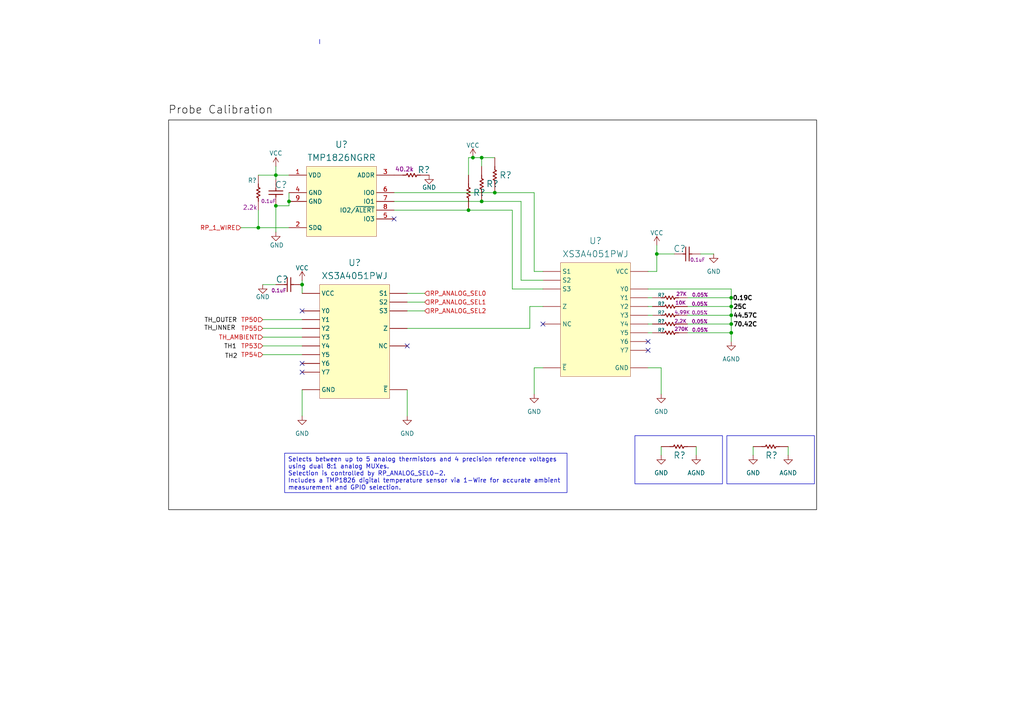
<source format=kicad_sch>
(kicad_sch (version 20231120) (generator "eeschema") (generator_version "8.0")
  (paper "A4")
  (lib_symbols
    (symbol "EXACT_CAP:1-00004"
      (property "Reference" "C" (at 0 0 0))
      (property "Value" "${VALUE}" (at 5.08 0 0))
      (symbol "1-00004_1_0"
        (polyline (pts (xy -1.27 0) (xy -0.508 0)) (stroke (width 0.254)))
        (polyline (pts (xy -0.508 -2.032) (xy -0.508 2.032)) (stroke (width 0.254)))
        (polyline (pts (xy 0.508 2.032) (xy 0.508 -2.032)) (stroke (width 0.254)))
        (polyline (pts (xy 1.27 0) (xy 0.508 0)) (stroke (width 0.254)))
        (pin passive line (at -3.81 0 0) (length 2.54) (name "1") (number "1"))
        (pin passive line (at 3.81 0 180) (length 2.54) (name "2") (number "2"))
      )
    )
    (symbol "EXACT_IC:1-01410"
      (property "Reference" "U" (at -1.27 1.27 0))
      (property "Value" "XS3A4051PWJ" (at -1.27 -3.81 0))
      (symbol "1-01410_1_0"
        (rectangle (start 10.16 20.32) (end -10.16 -12.7) (stroke (width 0.0254) (color 128 0 0 1)) (fill (type background)))
        (pin passive line (at 15.24 2.54 180) (length 5.08) (name "Y4") (number "1"))
        (pin passive line (at -15.24 15.24 0) (length 5.08) (name "S2") (number "10"))
        (pin passive line (at -15.24 17.78 0) (length 5.08) (name "S1") (number "11"))
        (pin passive line (at 15.24 5.08 180) (length 5.08) (name "Y3") (number "12"))
        (pin passive line (at 15.24 12.7 180) (length 5.08) (name "Y0") (number "13"))
        (pin passive line (at 15.24 10.16 180) (length 5.08) (name "Y1") (number "14"))
        (pin passive line (at 15.24 7.62 180) (length 5.08) (name "Y2") (number "15"))
        (pin passive line (at 15.24 17.78 180) (length 5.08) (name "VCC") (number "16"))
        (pin passive line (at 15.24 -2.54 180) (length 5.08) (name "Y6") (number "2"))
        (pin passive line (at -15.24 7.62 0) (length 5.08) (name "Z") (number "3"))
        (pin passive line (at 15.24 -5.08 180) (length 5.08) (name "Y7") (number "4"))
        (pin passive line (at 15.24 0 180) (length 5.08) (name "Y5") (number "5"))
        (pin passive line (at -15.24 -10.16 0) (length 5.08) (name "~{E}") (number "6"))
        (pin passive line (at -15.24 2.54 0) (length 5.08) (name "NC") (number "7"))
        (pin passive line (at 15.24 -10.16 180) (length 5.08) (name "GND") (number "8"))
        (pin passive line (at -15.24 12.7 0) (length 5.08) (name "S3") (number "9"))
      )
    )
    (symbol "EXACT_IC:TMP1826"
      (property "Reference" "U" (at -1.27 1.27 0))
      (property "Value" "TMP1826NGRR" (at -1.27 -3.81 0))
      (symbol "TMP1826_1_0"
        (rectangle (start 15.24 10.16) (end -5.08 -10.16) (stroke (width 0.0254) (color 128 0 0 1)) (fill (type background)))
        (pin passive line (at -10.16 7.62 0) (length 5.08) (name "VDD") (number "1"))
        (pin passive line (at -10.16 -7.62 0) (length 5.08) (name "SDQ") (number "2"))
        (pin passive line (at 20.32 7.62 180) (length 5.08) (name "ADDR") (number "3"))
        (pin passive line (at -10.16 2.54 0) (length 5.08) (name "GND") (number "4"))
        (pin passive line (at 20.32 -5.08 180) (length 5.08) (name "IO3") (number "5"))
        (pin passive line (at 20.32 2.54 180) (length 5.08) (name "IO0") (number "6"))
        (pin passive line (at 20.32 0 180) (length 5.08) (name "IO1") (number "7"))
        (pin passive line (at 20.32 -2.54 180) (length 5.08) (name "IO2/~{ALERT}") (number "8"))
        (pin passive line (at -10.16 0 0) (length 5.08) (name "GND") (number "9"))
      )
    )
    (symbol "EXACT_RES:1-00015"
      (property "Reference" "R" (at -10.16 0 0))
      (property "Value" "${VALUE}" (at -3.81 0 0))
      (symbol "1-00015_1_0"
        (polyline (pts (xy -2.54 0) (xy -1.524 0) (xy -1.27 0.508) (xy -0.762 -0.508) (xy -0.254 0.508) (xy 0.254 -0.508) (xy 0.762 0.508) (xy 1.27 -0.508) (xy 1.524 0) (xy 2.54 0)) (stroke (width 0.254)))
        (pin passive line (at 5.08 0 180) (length 2.54) (name "1") (number "1"))
        (pin passive line (at -5.08 0 0) (length 2.54) (name "2") (number "2"))
      )
    )
    (symbol "EXACT_RES:1-00186"
      (property "Value" "${VALUE}" (at -5.334 -9.652 0))
      (property "Tolerance" "0.05%" (at -10.668 -3.302 0))
      (symbol "1-00186_1_0"
        (polyline (pts (xy -2.54 0) (xy -1.524 0) (xy -1.27 0.508) (xy -0.762 -0.508) (xy -0.254 0.508) (xy 0.254 -0.508) (xy 0.762 0.508) (xy 1.27 -0.508) (xy 1.524 0) (xy 2.54 0)) (stroke (width 0.254)))
        (pin passive line (at 5.08 0 180) (length 2.54) (name "1") (number "1"))
        (pin passive line (at -5.08 0 0) (length 2.54) (name "2") (number "2"))
      )
    )
    (symbol "EXACT_RES:1-00187"
      (property "Value" "${VALUE}" (at -4.064 -7.112 0))
      (property "Tolerance" "0.05%" (at -10.668 -3.302 0))
      (symbol "1-00187_1_0"
        (polyline (pts (xy -2.54 0) (xy -1.524 0) (xy -1.27 0.508) (xy -0.762 -0.508) (xy -0.254 0.508) (xy 0.254 -0.508) (xy 0.762 0.508) (xy 1.27 -0.508) (xy 1.524 0) (xy 2.54 0)) (stroke (width 0.254)))
        (pin passive line (at 5.08 0 180) (length 2.54) (name "1") (number "1"))
        (pin passive line (at -5.08 0 0) (length 2.54) (name "2") (number "2"))
      )
    )
    (symbol "EXACT_RES:1-01146"
      (property "Value" "${VALUE}" (at -4.064 -9.652 0))
      (property "Tolerance" "0.05%" (at -10.16 -3.302 0))
      (symbol "1-01146_1_0"
        (polyline (pts (xy -2.54 0) (xy -1.524 0) (xy -1.27 0.508) (xy -0.762 -0.508) (xy -0.254 0.508) (xy 0.254 -0.508) (xy 0.762 0.508) (xy 1.27 -0.508) (xy 1.524 0) (xy 2.54 0)) (stroke (width 0.254)))
        (pin passive line (at 5.08 0 180) (length 2.54) (name "1") (number "1"))
        (pin passive line (at -5.08 0 0) (length 2.54) (name "2") (number "2"))
      )
    )
    (symbol "EXACT_RES:1-01147"
      (property "Reference" "R" (at -10.16 0 0))
      (symbol "1-01147_1_0"
        (polyline (pts (xy -2.54 0) (xy -1.524 0) (xy -1.27 0.508) (xy -0.762 -0.508) (xy -0.254 0.508) (xy 0.254 -0.508) (xy 0.762 0.508) (xy 1.27 -0.508) (xy 1.524 0) (xy 2.54 0)) (stroke (width 0.254)))
        (pin passive line (at 5.08 0 180) (length 2.54) (name "1") (number "1"))
        (pin passive line (at -5.08 0 0) (length 2.54) (name "2") (number "2"))
      )
    )
    (symbol "EXACT_RES:1-01215"
      (property "Reference" "R" (at -10.16 0 0))
      (property "Value" "${VALUE}" (at -3.81 0 0))
      (symbol "1-01215_1_0"
        (polyline (pts (xy -2.54 0) (xy -1.524 0) (xy -1.27 0.508) (xy -0.762 -0.508) (xy -0.254 0.508) (xy 0.254 -0.508) (xy 0.762 0.508) (xy 1.27 -0.508) (xy 1.524 0) (xy 2.54 0)) (stroke (width 0.254)))
        (pin passive line (at 5.08 0 180) (length 2.54) (name "1") (number "1"))
        (pin passive line (at -5.08 0 0) (length 2.54) (name "2") (number "2"))
      )
    )
    (symbol "EXACT_RES:1-01426"
      (property "Reference" "R" (at -10.16 0 0))
      (symbol "1-01426_1_0"
        (polyline (pts (xy -2.54 0) (xy -1.524 0) (xy -1.27 0.508) (xy -0.762 -0.508) (xy -0.254 0.508) (xy 0.254 -0.508) (xy 0.762 0.508) (xy 1.27 -0.508) (xy 1.524 0) (xy 2.54 0)) (stroke (width 0.254)))
        (pin passive line (at 5.08 0 180) (length 2.54) (name "1") (number "1"))
        (pin passive line (at -5.08 0 0) (length 2.54) (name "2") (number "2"))
      )
    )
    (symbol "EXACT_RES:RC0603FR-072K2L"
      (property "Reference" "R" (at -10.16 0 0))
      (property "Value" "${VALUE}" (at -3.81 0 0))
      (symbol "RC0603FR-072K2L_1_0"
        (polyline (pts (xy -2.54 0) (xy -1.524 0) (xy -1.27 0.508) (xy -0.762 -0.508) (xy -0.254 0.508) (xy 0.254 -0.508) (xy 0.762 0.508) (xy 1.27 -0.508) (xy 1.524 0) (xy 2.54 0)) (stroke (width 0.254)))
        (pin passive line (at 5.08 0 180) (length 2.54) (name "1") (number "1"))
        (pin passive line (at -5.08 0 0) (length 2.54) (name "2") (number "2"))
      )
    )
    (symbol "EXACT_RES:RC0603FR-0747KL"
      (property "Reference" "R" (at -10.16 0 0))
      (property "Value" "${VALUE}" (at -3.81 0 0))
      (symbol "RC0603FR-0747KL_1_0"
        (polyline (pts (xy -2.54 0) (xy -1.524 0) (xy -1.27 0.508) (xy -0.762 -0.508) (xy -0.254 0.508) (xy 0.254 -0.508) (xy 0.762 0.508) (xy 1.27 -0.508) (xy 1.524 0) (xy 2.54 0)) (stroke (width 0.254)))
        (pin passive line (at 5.08 0 180) (length 2.54) (name "1") (number "1"))
        (pin passive line (at -5.08 0 0) (length 2.54) (name "2") (number "2"))
      )
    )
    (symbol "power:GND" (power) (pin_numbers hide) (pin_names (offset 0) hide)
      (property "Value" "GND" (at 0 -3.81 0))
      (symbol "GND_0_1"
        (polyline (pts (xy 0 0) (xy 0 -1.27) (xy 1.27 -1.27) (xy 0 -2.54) (xy -1.27 -1.27) (xy 0 -1.27)))
      )
      (symbol "GND_1_1"
        (pin power_in line (at 0 0 270) (length 0) (name "~") (number "1"))
      )
    )
    (symbol "power:VCC" (power) (pin_numbers hide) (pin_names (offset 0) hide)
      (property "Value" "VCC" (at 0 3.556 0))
      (symbol "VCC_0_1"
        (polyline (pts (xy -0.762 1.27) (xy 0 2.54)))
        (polyline (pts (xy 0 0) (xy 0 2.54)))
        (polyline (pts (xy 0 2.54) (xy 0.762 1.27)))
      )
      (symbol "VCC_1_1"
        (pin power_in line (at 0 0 90) (length 0) (name "~") (number "1"))
      )
    )
  )
  (junction (at 74.93 66.04))
  (junction (at 137.16 45.72))
  (junction (at 143.51 55.88))
  (junction (at 139.7 58.42))
  (junction (at 190.5 73.66))
  (junction (at 135.89 60.96))
  (junction (at 212.09 91.44))
  (junction (at 87.63 82.55))
  (junction (at 212.09 93.98))
  (junction (at 139.7 45.72))
  (junction (at 212.09 86.36))
  (junction (at 83.82 58.42))
  (junction (at 80.01 50.8))
  (junction (at 212.09 88.9))
  (junction (at 212.09 96.52))
  (junction (at 80.01 59.69))
  (no_connect (at 87.63 107.95))
  (no_connect (at 87.63 90.17))
  (no_connect (at 187.96 99.06))
  (no_connect (at 114.3 63.5))
  (no_connect (at 157.48 93.98))
  (no_connect (at 87.63 105.41))
  (no_connect (at 187.96 101.6))
  (no_connect (at 118.11 100.33))
  (wire (pts (xy 74.93 60.96) (xy 74.93 66.04)))
  (wire (pts (xy 114.3 55.88) (xy 143.51 55.88)))
  (wire (pts (xy 74.93 50.8) (xy 80.01 50.8)))
  (wire (pts (xy 143.51 55.88) (xy 154.94 55.88)))
  (wire (pts (xy 154.94 55.88) (xy 154.94 78.74)))
  (wire (pts (xy 187.96 106.68) (xy 191.77 106.68)))
  (wire (pts (xy 190.5 73.66) (xy 190.5 78.74)))
  (wire (pts (xy 191.77 132.08) (xy 191.77 129.54)))
  (wire (pts (xy 118.11 87.63) (xy 123.19 87.63)))
  (wire (pts (xy 151.13 81.28) (xy 157.48 81.28)))
  (wire (pts (xy 87.63 81.28) (xy 87.63 82.55)))
  (wire (pts (xy 228.6 129.54) (xy 228.6 132.08)))
  (wire (pts (xy 114.3 58.42) (xy 139.7 58.42)))
  (wire (pts (xy 76.2 95.25) (xy 87.63 95.25)))
  (wire (pts (xy 187.96 78.74) (xy 190.5 78.74)))
  (wire (pts (xy 195.58 73.66) (xy 190.5 73.66)))
  (wire (pts (xy 199.39 93.98) (xy 212.09 93.98)))
  (wire (pts (xy 191.77 106.68) (xy 191.77 114.3)))
  (wire (pts (xy 135.89 45.72) (xy 137.16 45.72)))
  (wire (pts (xy 118.11 95.25) (xy 153.67 95.25)))
  (wire (pts (xy 76.2 82.55) (xy 80.01 82.55)))
  (wire (pts (xy 201.93 129.54) (xy 201.93 132.08)))
  (wire (pts (xy 69.85 66.04) (xy 74.93 66.04)))
  (wire (pts (xy 87.63 113.03) (xy 87.63 120.65)))
  (wire (pts (xy 187.96 96.52) (xy 189.23 96.52)))
  (wire (pts (xy 139.7 58.42) (xy 151.13 58.42)))
  (wire (pts (xy 199.39 88.9) (xy 212.09 88.9)))
  (wire (pts (xy 187.96 88.9) (xy 189.23 88.9)))
  (wire (pts (xy 135.89 60.96) (xy 148.59 60.96)))
  (wire (pts (xy 212.09 96.52) (xy 212.09 99.06)))
  (wire (pts (xy 76.2 92.71) (xy 87.63 92.71)))
  (wire (pts (xy 154.94 106.68) (xy 154.94 114.3)))
  (wire (pts (xy 148.59 60.96) (xy 148.59 83.82)))
  (wire (pts (xy 74.93 66.04) (xy 83.82 66.04)))
  (wire (pts (xy 218.44 132.08) (xy 218.44 129.54)))
  (wire (pts (xy 151.13 58.42) (xy 151.13 81.28)))
  (wire (pts (xy 203.2 73.66) (xy 207.01 73.66)))
  (wire (pts (xy 114.3 60.96) (xy 135.89 60.96)))
  (wire (pts (xy 80.01 59.69) (xy 83.82 59.69)))
  (wire (pts (xy 153.67 95.25) (xy 153.67 88.9)))
  (wire (pts (xy 118.11 113.03) (xy 118.11 120.65)))
  (wire (pts (xy 76.2 102.87) (xy 87.63 102.87)))
  (wire (pts (xy 212.09 83.82) (xy 212.09 86.36)))
  (wire (pts (xy 157.48 106.68) (xy 154.94 106.68)))
  (wire (pts (xy 187.96 83.82) (xy 212.09 83.82)))
  (wire (pts (xy 212.09 91.44) (xy 212.09 93.98)))
  (wire (pts (xy 83.82 55.88) (xy 83.82 58.42)))
  (wire (pts (xy 80.01 50.8) (xy 80.01 52.07)))
  (wire (pts (xy 199.39 96.52) (xy 212.09 96.52)))
  (wire (pts (xy 118.11 85.09) (xy 123.19 85.09)))
  (wire (pts (xy 212.09 86.36) (xy 212.09 88.9)))
  (polyline (pts (xy 92.71 11.43) (xy 92.71 12.7)))
  (wire (pts (xy 76.2 100.33) (xy 87.63 100.33)))
  (wire (pts (xy 187.96 91.44) (xy 189.23 91.44)))
  (wire (pts (xy 187.96 93.98) (xy 189.23 93.98)))
  (wire (pts (xy 139.7 45.72) (xy 139.7 48.26)))
  (wire (pts (xy 139.7 45.72) (xy 143.51 45.72)))
  (wire (pts (xy 212.09 93.98) (xy 212.09 96.52)))
  (wire (pts (xy 199.39 86.36) (xy 212.09 86.36)))
  (wire (pts (xy 190.5 71.12) (xy 190.5 73.66)))
  (wire (pts (xy 76.2 97.79) (xy 87.63 97.79)))
  (wire (pts (xy 212.09 88.9) (xy 212.09 91.44)))
  (wire (pts (xy 137.16 45.72) (xy 139.7 45.72)))
  (wire (pts (xy 135.89 50.8) (xy 135.89 45.72)))
  (wire (pts (xy 83.82 50.8) (xy 80.01 50.8)))
  (wire (pts (xy 87.63 82.55) (xy 87.63 85.09)))
  (wire (pts (xy 153.67 88.9) (xy 157.48 88.9)))
  (wire (pts (xy 83.82 59.69) (xy 83.82 58.42)))
  (wire (pts (xy 148.59 83.82) (xy 157.48 83.82)))
  (wire (pts (xy 80.01 48.26) (xy 80.01 50.8)))
  (wire (pts (xy 187.96 86.36) (xy 189.23 86.36)))
  (wire (pts (xy 199.39 91.44) (xy 212.09 91.44)))
  (wire (pts (xy 154.94 78.74) (xy 157.48 78.74)))
  (wire (pts (xy 80.01 59.69) (xy 80.01 67.31)))
  (wire (pts (xy 118.11 90.17) (xy 123.19 90.17)))
  (rectangle (start 48.895 34.798) (end 236.855 147.828) (stroke (width 0) (color 0 0 0 1)))
  (rectangle (start 210.82 126.365) (end 236.22 140.335))
  (rectangle (start 184.15 126.365) (end 209.55 140.335))
  (text_box "Selects between up to 5 analog thermistors and 4 precision reference voltages using dual 8:1 analog MUXes.\nSelection is controlled by RP_ANALOG_SEL0-2.\nIncludes a TMP1826 digital temperature sensor via 1-Wire for accurate ambient measurement and GPIO selection." (at 82.55 131.445 0) (size 81.915 11.43) (effects (font (size 1.27 1.27) (thickness 0.1588)) (justify left top)))
  (text "TH2" (at 67.056 103.378 0) (effects (font (size 1.27 1.27) (thickness 0.1588))))
  (text "25C\n" (at 214.63 89.154 0) (effects (font (size 1.27 1.27) (thickness 0.254) (bold yes))))
  (text "TH_OUTER\n" (at 64.008 92.964 0) (effects (font (size 1.27 1.27) (thickness 0.1588))))
  (text "0.19C\n" (at 215.392 86.614 0) (effects (font (size 1.27 1.27) (thickness 0.254) (bold yes))))
  (text "TH_INNER\n" (at 63.754 95.25 0) (effects (font (size 1.27 1.27) (thickness 0.1588))))
  (text "Probe Calibration\n" (at 64.008 32.004 0) (effects (font (size 2.286 2.286))))
  (text "44.57C" (at 216.154 91.694 0) (effects (font (size 1.27 1.27) (thickness 0.254) (bold yes))))
  (text "TH1\n" (at 66.802 100.584 0) (effects (font (size 1.27 1.27) (thickness 0.1588))))
  (text "70.42C" (at 216.154 94.234 0) (effects (font (size 1.27 1.27) (thickness 0.254) (bold yes))))
  (hierarchical_label "RP_ANALOG_SEL0" (shape input) (at 123.19 85.09 0) (effects (font (thickness 0.1588))))
  (hierarchical_label "RP_1_WIRE" (shape input) (at 69.85 66.04 180) (effects (font (thickness 0.1588))))
  (hierarchical_label "TP50" (shape input) (at 76.2 92.71 180) (effects (font (thickness 0.1588))))
  (hierarchical_label "RP_ANALOG_SEL1" (shape input) (at 123.19 87.63 0) (effects (font (thickness 0.1588))))
  (hierarchical_label "RP_ANALOG_SEL2" (shape input) (at 123.19 90.17 0) (effects (font (thickness 0.1588))))
  (hierarchical_label "TP54" (shape input) (at 76.2 102.87 180) (effects (font (thickness 0.1588))))
  (hierarchical_label "TP55" (shape input) (at 76.2 95.25 180) (effects (font (thickness 0.1588))))
  (hierarchical_label "TP53" (shape input) (at 76.2 100.33 180) (effects (font (thickness 0.1588))))
  (hierarchical_label "TH_AMBIENT" (shape input) (at 76.2 97.79 180) (effects (font (thickness 0.1588))))
  (symbol (lib_id "power:GND") (at 191.77 114.3 0) (unit 1)
    (property "Reference" "#PWR0109" (effects (hide yes)))
    (property "Value" "GND" (at 191.77 119.38 0))
    (property "Description" "Power symbol creates a global label with name \"GND\" , ground" (effects (hide yes)))
  )
  (symbol (lib_id "EXACT_RES:1-01426") (at 194.31 96.52 0) (unit 1)
    (property "Reference" "R?" (at 191.77 95.758 0) (effects (font (size 1.016 1.016))))
    (property "Value" "${VALUE}" (effects (hide yes)))
    (property "Footprint" "RES:RES_1206" (effects (hide yes)))
    (property "Description" "RES SMD 270KOHM 0.05% 1/10W 0603" (effects (hide yes)))
    (property "Vendor" "Digikey" (effects (hide yes)))
    (property "Vendor Part Number" "RG16N270KWTR-ND" (effects (hide yes)))
    (property "Manufacturer" "Susumu" (effects (hide yes)))
    (property "Manufacturer Part Number" "RG1608N-274-W-T1" (effects (hide yes)))
    (property "ALTIUM_VALUE" "270K" (at 195.58 96.012 0) (effects (font (size 1.016 1.016)) (justify left bottom)))
    (property "Tolerance" "0.05%" (at 200.66 96.266 0) (effects (font (size 1.016 1.016)) (justify left bottom)))
    (property "EXACT Part Number" "1-01426" (effects (hide yes)))
    (property "Package" "SMD" (effects (hide yes)))
  )
  (symbol (lib_id "EXACT_RES:1-00015") (at 196.85 129.54 0) (unit 1)
    (property "Reference" "R?" (at 197.104 132.08 0) (effects (font (size 1.8288 1.8288))))
    (property "Value" "${VALUE}" (effects (hide yes)))
    (property "Footprint" "RES:RES_0603" (effects (hide yes)))
    (property "Description" "RES 0 OHM JUMPER 1/10W 0603" (effects (hide yes)))
    (property "Vendor" "Digi-Key" (effects (hide yes)))
    (property "Vendor Part Number" "311-0.0HRCT-ND" (effects (hide yes)))
    (property "Manufacturer" "Yageo" (effects (hide yes)))
    (property "Manufacturer Part Number" "RC0603FR-070RL" (effects (hide yes)))
    (property "ALTIUM_VALUE" "0.0" (effects (hide yes)))
    (property "Tolerance" "1%" (effects (hide yes)))
    (property "EXACT Part Number" "1-00015" (effects (hide yes)))
    (property "Package" "0603" (effects (hide yes)))
  )
  (symbol (lib_id "power:GND") (at 228.6 132.08 0) (unit 1)
    (property "Reference" "#PWR044" (effects (hide yes)))
    (property "Value" "AGND" (at 228.6 137.16 0))
    (property "Description" "Power symbol creates a global label with name \"GND\" , ground" (effects (hide yes)))
  )
  (symbol (lib_id "EXACT_IC:1-01410") (at 102.87 102.87 0) (mirror y) (unit 1)
    (property "Reference" "U?" (at 102.87 76.2 0) (effects (font (size 1.8288 1.8288))))
    (property "Value" "XS3A4051PWJ" (at 102.87 80.01 0) (effects (font (size 1.8288 1.8288))))
    (property "Footprint" "IC:16-TSSOP" (effects (hide yes)))
    (property "Description" "IC SWITCH SP8TX1 900MOHM 16TSSOP" (effects (hide yes)))
    (property "Manufacturer Part Number" "XS3A4051PWJ" (effects (hide yes)))
    (property "Manufacturer" "Nexperia USA Inc." (effects (hide yes)))
    (property "EXACT Part Number" "1-01410" (effects (hide yes)))
    (property "Vendor" "Digi-key" (effects (hide yes)))
    (property "Vendor Part Number" "1727-XS3A4051PWJTR-ND" (effects (hide yes)))
    (property "Package" "16-TSSOP" (effects (hide yes)))
    (property "ALTIUM_VALUE" "*" (effects (hide yes)))
  )
  (symbol (lib_id "EXACT_RES:1-01215") (at 119.38 50.8 0) (unit 1)
    (property "Reference" "R?" (at 122.936 49.276 0) (effects (font (size 1.8288 1.8288))))
    (property "Value" "${VALUE}" (effects (hide yes)))
    (property "Footprint" "RES:RES_0603" (effects (hide yes)))
    (property "Description" "RES 40.2K OHM 1% 1/10W 0603" (effects (hide yes)))
    (property "Vendor" "Digi-Key" (effects (hide yes)))
    (property "Vendor Part Number" "311-40.2KHRCT-ND" (effects (hide yes)))
    (property "Manufacturer" "Yageo" (effects (hide yes)))
    (property "Manufacturer Part Number" "RC0603FR-0740K2L" (effects (hide yes)))
    (property "ALTIUM_VALUE" "40.2k" (at 114.554 49.784 0) (effects (justify left bottom)))
    (property "Tolerance" "1%" (effects (hide yes)))
    (property "EXACT Part Number" "1-01215" (effects (hide yes)))
    (property "Package" "0603" (effects (hide yes)))
  )
  (symbol (lib_id "power:GND") (at 154.94 114.3 0) (unit 1)
    (property "Reference" "#PWR0103" (effects (hide yes)))
    (property "Value" "GND" (at 154.94 119.38 0))
    (property "Description" "Power symbol creates a global label with name \"GND\" , ground" (effects (hide yes)))
  )
  (symbol (lib_id "power:GND") (at 191.77 132.08 0) (unit 1)
    (property "Reference" "#PWR0105" (effects (hide yes)))
    (property "Value" "GND" (at 191.77 137.16 0))
    (property "Description" "Power symbol creates a global label with name \"GND\" , ground" (effects (hide yes)))
  )
  (symbol (lib_id "EXACT_RES:RC0603FR-0747KL") (at 135.89 55.88 90) (unit 1)
    (property "Reference" "R?" (at 137.16 55.8799 90) (effects (font (size 1.8288 1.8288)) (justify right)))
    (property "Value" "${VALUE}" (effects (hide yes)))
    (property "Footprint" "RES:RES_0603" (effects (hide yes)))
    (property "Description" "RES SMD 47K OHM 1% 1/10W 0603" (effects (hide yes)))
    (property "Vendor" "Digi-Key" (effects (hide yes)))
    (property "Vendor Part Number" "311-47.0KHRCT-ND" (effects (hide yes)))
    (property "Manufacturer" "Yageo" (effects (hide yes)))
    (property "Manufacturer Part Number" "RC0603FR-0747KL" (effects (hide yes)))
    (property "ALTIUM_VALUE" "47k" (effects (hide yes)))
    (property "Tolerance" "1%" (effects (hide yes)))
    (property "EXACT Part Number" "1-00048" (effects (hide yes)))
    (property "Package" "0603" (effects (hide yes)))
  )
  (symbol (lib_id "power:VCC") (at 137.16 45.72 0) (unit 1)
    (property "Reference" "#PWR045" (effects (hide yes)))
    (property "Value" "VCC" (at 137.16 42.164 0))
    (property "Description" "Power symbol creates a global label with name \"VCC\"" (effects (hide yes)))
  )
  (symbol (lib_id "power:VCC") (at 87.63 81.28 0) (mirror y) (unit 1)
    (property "Reference" "#PWR0112" (effects (hide yes)))
    (property "Value" "VCC" (at 87.63 77.724 0))
    (property "Description" "Power symbol creates a global label with name \"VCC\"" (effects (hide yes)))
  )
  (symbol (lib_id "EXACT_RES:1-00186") (at 194.31 91.44 0) (unit 1)
    (property "Reference" "R?" (at 191.77 90.678 0) (effects (font (size 1.016 1.016))))
    (property "Value" "${VALUE}" (effects (hide yes)))
    (property "Footprint" "RES:RES_1206" (effects (hide yes)))
    (property "Description" "RES SMD 4.99KOHM 0.05% 1/10W 0603" (effects (hide yes)))
    (property "Vendor" "Digikey" (effects (hide yes)))
    (property "Vendor Part Number" "541-TNPU06034K99AWEN00TR-ND" (effects (hide yes)))
    (property "Manufacturer" "Vishay Dale" (effects (hide yes)))
    (property "Manufacturer Part Number" "TNPU06034K99AWEN00" (effects (hide yes)))
    (property "ALTIUM_VALUE" "4.99K" (at 195.58 91.186 0) (effects (font (size 1.016 1.016)) (justify left bottom)))
    (property "EXACT Part Number" "1-00186" (effects (hide yes)))
    (property "Package" "SMD" (effects (hide yes)))
    (property "Tolerance" "0.05%" (at 202.946 90.678 0) (effects (font (size 1.016 1.016))))
  )
  (symbol (lib_id "power:GND") (at 80.01 67.31 0) (unit 1)
    (property "Reference" "#PWR0113" (effects (hide yes)))
    (property "Value" "GND" (at 80.264 71.12 0))
    (property "Description" "Power symbol creates a global label with name \"GND\" , ground" (effects (hide yes)))
  )
  (symbol (lib_id "EXACT_IC:TMP1826") (at 93.98 58.42 0) (unit 1)
    (property "Reference" "U?" (at 99.06 41.91 0) (effects (font (size 1.8288 1.8288))))
    (property "Value" "TMP1826NGRR" (at 99.06 45.72 0) (effects (font (size 1.8288 1.8288))))
    (property "Footprint" "IC:8-WSON_(2.5x2.5)" (effects (hide yes)))
    (property "Description" "IC TEMP 3.7V 1-WIRE 0.3% SMD" (effects (hide yes)))
    (property "Manufacturer Part Number" "TMP1826NGRR" (effects (hide yes)))
    (property "Manufacturer" "Texas Instruments" (effects (hide yes)))
    (property "EXACT Part Number" "1-00710" (effects (hide yes)))
    (property "Vendor" "TI" (effects (hide yes)))
    (property "Vendor Part Number" "TMP1826NGRR" (effects (hide yes)))
    (property "Package" "8-WSON (2.5x2.5)" (effects (hide yes)))
    (property "ALTIUM_VALUE" "TMP1826NGRR" (effects (hide yes)))
  )
  (symbol (lib_id "power:VCC") (at 190.5 71.12 0) (unit 1)
    (property "Reference" "#PWR0107" (effects (hide yes)))
    (property "Value" "VCC" (at 190.5 67.564 0))
    (property "Description" "Power symbol creates a global label with name \"VCC\"" (effects (hide yes)))
  )
  (symbol (lib_id "EXACT_CAP:1-00004") (at 83.82 82.55 0) (mirror y) (unit 1)
    (property "Reference" "C?" (at 81.788 81.026 0) (effects (font (size 1.8288 1.8288))))
    (property "Value" "${VALUE}" (effects (hide yes)))
    (property "Footprint" "CAP:CAP_0603" (effects (hide yes)))
    (property "Description" "CAP CER 0.1UF 50V X7R 0603" (effects (hide yes)))
    (property "Vendor" "Digi-Key" (effects (hide yes)))
    (property "Vendor Part Number" "478-5778-1-ND" (effects (hide yes)))
    (property "Manufacturer" "AVX Corporation" (effects (hide yes)))
    (property "Manufacturer Part Number" "06035C104JAT2A" (effects (hide yes)))
    (property "ALTIUM_VALUE" "0.1uF" (at 83.058 84.836 0) (effects (font (size 1.016 1.016)) (justify left bottom)))
    (property "EXACT Part Number" "1-00004" (effects (hide yes)))
    (property "Package" "0603" (effects (hide yes)))
    (property "Voltage" "50V" (effects (hide yes)))
    (property "Dielectric" "X7R" (effects (hide yes)))
  )
  (symbol (lib_id "EXACT_RES:1-01146") (at 194.31 88.9 0) (unit 1)
    (property "Reference" "R?" (at 191.77 88.138 0) (effects (font (size 1.016 1.016))))
    (property "Value" "${VALUE}" (effects (hide yes)))
    (property "Footprint" "RES:RES_1206" (effects (hide yes)))
    (property "Description" "RES SMD 10K OHM 0.05% 1/10W 0603" (effects (hide yes)))
    (property "Vendor" "Digikey" (effects (hide yes)))
    (property "Vendor Part Number" "ERA-3ARW103V" (effects (hide yes)))
    (property "Manufacturer" "Panasonic Electronic Components" (effects (hide yes)))
    (property "Manufacturer Part Number" "P10KBETR-ND" (effects (hide yes)))
    (property "ALTIUM_VALUE" "10K" (at 195.834 88.392 0) (effects (font (size 1.016 1.016)) (justify left bottom)))
    (property "EXACT Part Number" "1-01146" (effects (hide yes)))
    (property "Package" "SMD" (effects (hide yes)))
    (property "Tolerance" "0.05%" (at 202.946 88.138 0) (effects (font (size 1.016 1.016))))
  )
  (symbol (lib_id "EXACT_RES:1-00187") (at 194.31 93.98 0) (unit 1)
    (property "Reference" "R?" (at 191.77 93.218 0) (effects (font (size 1.016 1.016))))
    (property "Value" "${VALUE}" (effects (hide yes)))
    (property "Footprint" "RES:RES_1206" (effects (hide yes)))
    (property "Description" "RES SMD 2.2KOHM 0.05% 1/10W 0603" (effects (hide yes)))
    (property "Vendor" "Digikey" (effects (hide yes)))
    (property "Vendor Part Number" "P2.2KBETR-ND" (effects (hide yes)))
    (property "Manufacturer" "Panasonic Electronic Components" (effects (hide yes)))
    (property "Manufacturer Part Number" "ERA-3ARW222V" (effects (hide yes)))
    (property "ALTIUM_VALUE" "2.2K" (at 195.58 93.726 0) (effects (font (size 1.016 1.016)) (justify left bottom)))
    (property "EXACT Part Number" "1-00187" (effects (hide yes)))
    (property "Package" "SMD" (effects (hide yes)))
    (property "Tolerance" "0.05%" (at 202.946 93.218 0) (effects (font (size 1.016 1.016))))
  )
  (symbol (lib_id "EXACT_CAP:1-00004") (at 80.01 55.88 270) (unit 1)
    (property "Reference" "C?" (at 81.534 53.594 90) (effects (font (size 1.8288 1.8288))))
    (property "Value" "${VALUE}" (effects (hide yes)))
    (property "Footprint" "CAP:CAP_0603" (effects (hide yes)))
    (property "Description" "CAP CER 0.1UF 50V X7R 0603" (effects (hide yes)))
    (property "Vendor" "Digi-Key" (effects (hide yes)))
    (property "Vendor Part Number" "478-5778-1-ND" (effects (hide yes)))
    (property "Manufacturer" "AVX Corporation" (effects (hide yes)))
    (property "Manufacturer Part Number" "06035C104JAT2A" (effects (hide yes)))
    (property "ALTIUM_VALUE" "0.1uF" (at 75.692 58.928 90) (effects (font (size 1.016 1.016)) (justify left bottom)))
    (property "EXACT Part Number" "1-00004" (effects (hide yes)))
    (property "Package" "0603" (effects (hide yes)))
    (property "Voltage" "50V" (effects (hide yes)))
    (property "Dielectric" "X7R" (effects (hide yes)))
  )
  (symbol (lib_id "EXACT_IC:1-01410") (at 172.72 96.52 0) (unit 1)
    (property "Reference" "U?" (at 172.72 69.85 0) (effects (font (size 1.8288 1.8288))))
    (property "Value" "XS3A4051PWJ" (at 172.72 73.66 0) (effects (font (size 1.8288 1.8288))))
    (property "Footprint" "IC:16-TSSOP" (effects (hide yes)))
    (property "Description" "IC SWITCH SP8TX1 900MOHM 16TSSOP" (effects (hide yes)))
    (property "Manufacturer Part Number" "XS3A4051PWJ" (effects (hide yes)))
    (property "Manufacturer" "Nexperia USA Inc." (effects (hide yes)))
    (property "EXACT Part Number" "1-01410" (effects (hide yes)))
    (property "Vendor" "Digi-key" (effects (hide yes)))
    (property "Vendor Part Number" "1727-XS3A4051PWJTR-ND" (effects (hide yes)))
    (property "Package" "16-TSSOP" (effects (hide yes)))
    (property "ALTIUM_VALUE" "*" (effects (hide yes)))
  )
  (symbol (lib_id "power:GND") (at 207.01 73.66 0) (unit 1)
    (property "Reference" "#PWR0110" (effects (hide yes)))
    (property "Value" "GND" (at 207.01 78.74 0))
    (property "Description" "Power symbol creates a global label with name \"GND\" , ground" (effects (hide yes)))
  )
  (symbol (lib_id "EXACT_CAP:1-00004") (at 199.39 73.66 0) (unit 1)
    (property "Reference" "C?" (at 197.104 72.136 0) (effects (font (size 1.8288 1.8288))))
    (property "Value" "${VALUE}" (effects (hide yes)))
    (property "Footprint" "CAP:CAP_0603" (effects (hide yes)))
    (property "Description" "CAP CER 0.1UF 50V X7R 0603" (effects (hide yes)))
    (property "Vendor" "Digi-Key" (effects (hide yes)))
    (property "Vendor Part Number" "478-5778-1-ND" (effects (hide yes)))
    (property "Manufacturer" "AVX Corporation" (effects (hide yes)))
    (property "Manufacturer Part Number" "06035C104JAT2A" (effects (hide yes)))
    (property "ALTIUM_VALUE" "0.1uF" (at 200.152 75.946 0) (effects (font (size 1.016 1.016)) (justify left bottom)))
    (property "EXACT Part Number" "1-00004" (effects (hide yes)))
    (property "Package" "0603" (effects (hide yes)))
    (property "Voltage" "50V" (effects (hide yes)))
    (property "Dielectric" "X7R" (effects (hide yes)))
  )
  (symbol (lib_id "EXACT_RES:1-00015") (at 223.52 129.54 0) (unit 1)
    (property "Reference" "R?" (at 223.774 132.08 0) (effects (font (size 1.8288 1.8288))))
    (property "Value" "${VALUE}" (effects (hide yes)))
    (property "Footprint" "RES:RES_0603" (effects (hide yes)))
    (property "Description" "RES 0 OHM JUMPER 1/10W 0603" (effects (hide yes)))
    (property "Vendor" "Digi-Key" (effects (hide yes)))
    (property "Vendor Part Number" "311-0.0HRCT-ND" (effects (hide yes)))
    (property "Manufacturer" "Yageo" (effects (hide yes)))
    (property "Manufacturer Part Number" "RC0603FR-070RL" (effects (hide yes)))
    (property "ALTIUM_VALUE" "0.0" (effects (hide yes)))
    (property "Tolerance" "1%" (effects (hide yes)))
    (property "EXACT Part Number" "1-00015" (effects (hide yes)))
    (property "Package" "0603" (effects (hide yes)))
  )
  (symbol (lib_id "power:GND") (at 76.2 82.55 0) (mirror y) (unit 1)
    (property "Reference" "#PWR0101" (effects (hide yes)))
    (property "Value" "GND" (at 76.2 86.106 0))
    (property "Description" "Power symbol creates a global label with name \"GND\" , ground" (effects (hide yes)))
  )
  (symbol (lib_id "EXACT_RES:RC0603FR-0747KL") (at 139.7 53.34 90) (unit 1)
    (property "Reference" "R?" (at 140.97 53.3399 90) (effects (font (size 1.8288 1.8288)) (justify right)))
    (property "Value" "${VALUE}" (effects (hide yes)))
    (property "Footprint" "RES:RES_0603" (effects (hide yes)))
    (property "Description" "RES SMD 47K OHM 1% 1/10W 0603" (effects (hide yes)))
    (property "Vendor" "Digi-Key" (effects (hide yes)))
    (property "Vendor Part Number" "311-47.0KHRCT-ND" (effects (hide yes)))
    (property "Manufacturer" "Yageo" (effects (hide yes)))
    (property "Manufacturer Part Number" "RC0603FR-0747KL" (effects (hide yes)))
    (property "ALTIUM_VALUE" "47k" (effects (hide yes)))
    (property "Tolerance" "1%" (effects (hide yes)))
    (property "EXACT Part Number" "1-00048" (effects (hide yes)))
    (property "Package" "0603" (effects (hide yes)))
  )
  (symbol (lib_id "power:VCC") (at 80.01 48.26 0) (unit 1)
    (property "Reference" "#PWR0114" (effects (hide yes)))
    (property "Value" "VCC" (at 80.01 44.45 0))
    (property "Description" "Power symbol creates a global label with name \"VCC\"" (effects (hide yes)))
  )
  (symbol (lib_id "power:GND") (at 124.46 50.8 0) (unit 1)
    (property "Reference" "#PWR0111" (effects (hide yes)))
    (property "Value" "GND" (at 124.46 54.356 0))
    (property "Description" "Power symbol creates a global label with name \"GND\" , ground" (effects (hide yes)))
  )
  (symbol (lib_id "EXACT_RES:RC0603FR-072K2L") (at 74.93 55.88 90) (unit 1)
    (property "Reference" "R?" (at 71.882 52.324 90) (effects (justify right)))
    (property "Value" "${VALUE}" (effects (hide yes)))
    (property "Footprint" "RES:RES_0603" (effects (hide yes)))
    (property "Description" "RES SMD 2.2K OHM 1% 1/10W 0603" (effects (hide yes)))
    (property "Vendor" "Digi-Key" (effects (hide yes)))
    (property "Vendor Part Number" "311-2.20KHRCT-ND" (effects (hide yes)))
    (property "Manufacturer" "Yageo" (effects (hide yes)))
    (property "Manufacturer Part Number" "RC0603FR-072K2L" (effects (hide yes)))
    (property "ALTIUM_VALUE" "2.2k" (at 74.676 59.436 90) (effects (justify left bottom)))
    (property "Tolerance" "1%" (effects (hide yes)))
    (property "EXACT Part Number" "1-00020" (effects (hide yes)))
    (property "Package" "0603" (effects (hide yes)))
  )
  (symbol (lib_id "power:GND") (at 212.09 99.06 0) (unit 1)
    (property "Reference" "#PWR0108" (effects (hide yes)))
    (property "Value" "AGND" (at 212.09 104.14 0))
    (property "Description" "Power symbol creates a global label with name \"GND\" , ground" (effects (hide yes)))
  )
  (symbol (lib_id "power:GND") (at 218.44 132.08 0) (unit 1)
    (property "Reference" "#PWR043" (effects (hide yes)))
    (property "Value" "GND" (at 218.44 137.16 0))
    (property "Description" "Power symbol creates a global label with name \"GND\" , ground" (effects (hide yes)))
  )
  (symbol (lib_id "EXACT_RES:RC0603FR-0747KL") (at 143.51 50.8 90) (unit 1)
    (property "Reference" "R?" (at 144.78 50.7999 90) (effects (font (size 1.8288 1.8288)) (justify right)))
    (property "Value" "${VALUE}" (effects (hide yes)))
    (property "Footprint" "RES:RES_0603" (effects (hide yes)))
    (property "Description" "RES SMD 47K OHM 1% 1/10W 0603" (effects (hide yes)))
    (property "Vendor" "Digi-Key" (effects (hide yes)))
    (property "Vendor Part Number" "311-47.0KHRCT-ND" (effects (hide yes)))
    (property "Manufacturer" "Yageo" (effects (hide yes)))
    (property "Manufacturer Part Number" "RC0603FR-0747KL" (effects (hide yes)))
    (property "ALTIUM_VALUE" "47k" (effects (hide yes)))
    (property "Tolerance" "1%" (effects (hide yes)))
    (property "EXACT Part Number" "1-00048" (effects (hide yes)))
    (property "Package" "0603" (effects (hide yes)))
  )
  (symbol (lib_id "power:GND") (at 87.63 120.65 0) (unit 1)
    (property "Reference" "#PWR0102" (effects (hide yes)))
    (property "Value" "GND" (at 87.63 125.73 0))
    (property "Description" "Power symbol creates a global label with name \"GND\" , ground" (effects (hide yes)))
  )
  (symbol (lib_id "EXACT_RES:1-01147") (at 194.31 86.36 0) (unit 1)
    (property "Reference" "R?" (at 191.77 85.598 0) (effects (font (size 1.016 1.016))))
    (property "Value" "${VALUE}" (effects (hide yes)))
    (property "Footprint" "RES:RES_1206" (effects (hide yes)))
    (property "Description" "RES SMD 27K OHM 0.05% 1/10W 0603" (effects (hide yes)))
    (property "Vendor" "Digikey" (effects (hide yes)))
    (property "Vendor Part Number" "P27KBETR-ND" (effects (hide yes)))
    (property "Manufacturer" "YAGEO" (effects (hide yes)))
    (property "Manufacturer Part Number" "ERA-3ARW273V" (effects (hide yes)))
    (property "ALTIUM_VALUE" "27K" (at 196.088 85.852 0) (effects (font (size 1.016 1.016)) (justify left bottom)))
    (property "Tolerance" "0.05%" (at 200.66 86.106 0) (effects (font (size 1.016 1.016)) (justify left bottom)))
    (property "EXACT Part Number" "1-01147" (effects (hide yes)))
    (property "Package" "SMD" (effects (hide yes)))
  )
  (symbol (lib_id "power:GND") (at 118.11 120.65 0) (unit 1)
    (property "Reference" "#PWR0104" (effects (hide yes)))
    (property "Value" "GND" (at 118.11 125.73 0))
    (property "Description" "Power symbol creates a global label with name \"GND\" , ground" (effects (hide yes)))
  )
  (symbol (lib_id "power:GND") (at 201.93 132.08 0) (unit 1)
    (property "Reference" "#PWR0106" (effects (hide yes)))
    (property "Value" "AGND" (at 201.93 137.16 0))
    (property "Description" "Power symbol creates a global label with name \"GND\" , ground" (effects (hide yes)))
  )
)
</source>
